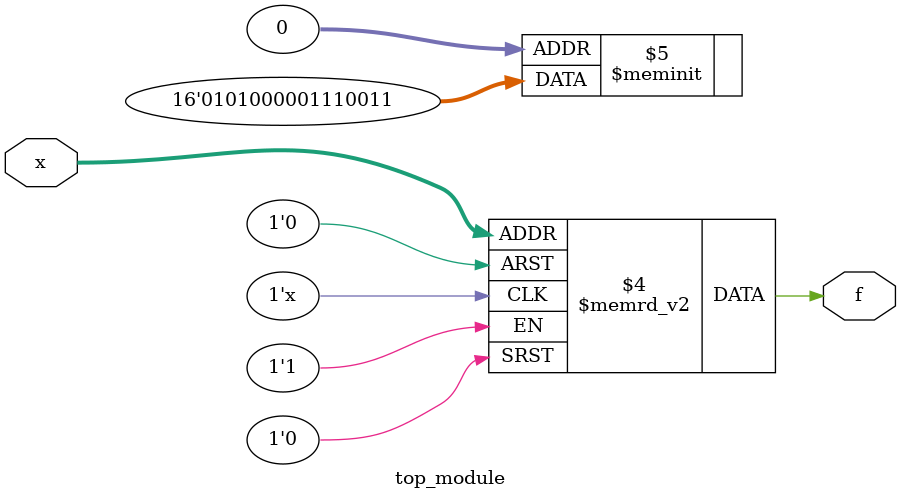
<source format=sv>
module top_module (
	input [4:1] x,
	output logic f
);

	always_comb begin
		case (x)
			4'h0, 4'h1, 4'h4, 4'h5: f = 1;
			4'h2, 4'h3, 4'h7, 4'h8, 4'h9, 4'ha, 4'hf: f = 0;
			4'h6, 4'hc, 4'he: f = 1;
			default: f = 0;
		endcase
	end

endmodule

</source>
